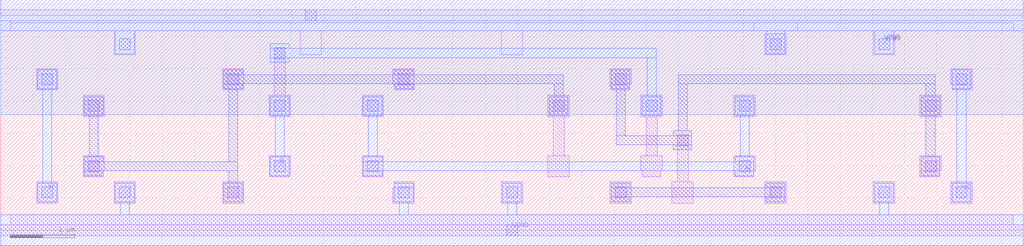
<source format=lef>
VERSION 5.7 ;
  NOWIREEXTENSIONATPIN ON ;
  DIVIDERCHAR "/" ;
  BUSBITCHARS "[]" ;
MACRO HAX1
  CLASS CORE ;
  FOREIGN HAX1 ;
  ORIGIN 0.000 0.000 ;
  SIZE 15.840 BY 3.330 ;
  SYMMETRY X Y ;
  SITE unit ;
  PIN A
    ANTENNAGATEAREA 0.378000 ;
    PORT
      LAYER met1 ;
        RECT 5.615 1.780 5.905 2.070 ;
        RECT 11.375 1.780 11.665 2.070 ;
        RECT 5.690 1.135 5.830 1.780 ;
        RECT 11.450 1.135 11.590 1.780 ;
        RECT 5.615 1.060 5.905 1.135 ;
        RECT 11.375 1.060 11.665 1.135 ;
        RECT 5.615 0.920 11.665 1.060 ;
        RECT 5.615 0.845 5.905 0.920 ;
        RECT 11.375 0.845 11.665 0.920 ;
    END
  END A
  PIN B
    ANTENNAGATEAREA 0.378000 ;
    PORT
      LAYER met1 ;
        RECT 4.175 2.815 4.465 2.890 ;
        RECT 4.175 2.675 10.150 2.815 ;
        RECT 4.175 2.600 4.465 2.675 ;
        RECT 10.010 2.070 10.150 2.675 ;
        RECT 4.175 1.780 4.465 2.070 ;
        RECT 9.935 1.780 10.225 2.070 ;
        RECT 4.250 1.135 4.390 1.780 ;
        RECT 4.175 0.845 4.465 1.135 ;
    END
  END B
  PIN VGND
    ANTENNADIFFAREA 1.408400 ;
    PORT
      LAYER met1 ;
        RECT 1.775 0.440 2.065 0.730 ;
        RECT 6.095 0.440 6.385 0.730 ;
        RECT 7.775 0.440 8.065 0.730 ;
        RECT 13.535 0.440 13.825 0.730 ;
        RECT 1.850 0.240 1.990 0.440 ;
        RECT 6.170 0.240 6.310 0.440 ;
        RECT 7.850 0.240 7.990 0.440 ;
        RECT 13.610 0.240 13.750 0.440 ;
        RECT 0.000 -0.240 15.840 0.240 ;
    END
    PORT
      LAYER met1 ;
        RECT 0.000 3.090 15.840 3.570 ;
        RECT 1.775 2.735 2.065 3.090 ;
        RECT 11.855 2.735 12.145 3.090 ;
        RECT 13.535 2.735 13.825 3.090 ;
    END
  END VGND
  PIN VPWR
    ANTENNADIFFAREA 3.074400 ;
    PORT
      LAYER li1 ;
        RECT 0.000 3.245 15.840 3.415 ;
        RECT 0.155 3.215 15.685 3.245 ;
        RECT 0.155 3.090 11.665 3.215 ;
        RECT 12.335 3.090 15.685 3.215 ;
        RECT 1.755 2.715 2.085 3.090 ;
        RECT 4.635 2.715 4.965 3.090 ;
        RECT 7.755 2.715 8.085 3.090 ;
        RECT 13.515 2.715 13.845 3.090 ;
      LAYER mcon ;
        RECT 4.715 3.245 4.885 3.415 ;
        RECT 1.835 2.795 2.005 2.965 ;
        RECT 13.595 2.795 13.765 2.965 ;
    END
  END VPWR
  PIN YC
    ANTENNADIFFAREA 1.031650 ;
    PORT
      LAYER met1 ;
        RECT 0.575 2.195 0.865 2.485 ;
        RECT 0.650 0.730 0.790 2.195 ;
        RECT 0.575 0.440 0.865 0.730 ;
    END
  END YC
  PIN YS
    ANTENNADIFFAREA 1.031650 ;
    PORT
      LAYER met1 ;
        RECT 14.735 2.195 15.025 2.485 ;
        RECT 14.810 0.730 14.950 2.195 ;
        RECT 14.735 0.440 15.025 0.730 ;
    END
  END YS
  OBS
      LAYER nwell ;
        RECT 0.000 1.790 15.840 3.330 ;
      LAYER li1 ;
        RECT 0.555 2.175 0.885 2.505 ;
        RECT 3.435 2.175 3.765 2.505 ;
        RECT 4.235 2.090 4.405 2.830 ;
        RECT 11.835 2.715 12.165 3.045 ;
        RECT 6.075 2.260 6.405 2.505 ;
        RECT 6.095 2.175 6.405 2.260 ;
        RECT 9.435 2.260 9.765 2.505 ;
        RECT 14.715 2.260 15.045 2.505 ;
        RECT 9.435 2.175 9.745 2.260 ;
        RECT 14.735 2.175 15.045 2.260 ;
        RECT 1.275 1.760 1.605 2.090 ;
        RECT 4.155 1.760 4.485 2.090 ;
        RECT 5.595 1.760 5.925 2.090 ;
        RECT 8.475 1.760 8.805 2.090 ;
        RECT 9.915 1.760 10.245 2.090 ;
        RECT 11.355 1.760 11.685 2.090 ;
        RECT 14.235 1.760 14.565 2.090 ;
        RECT 8.555 1.155 8.725 1.760 ;
        RECT 9.995 1.155 10.165 1.760 ;
        RECT 1.275 0.920 1.605 1.155 ;
        RECT 1.275 0.825 1.585 0.920 ;
        RECT 4.155 0.825 4.485 1.155 ;
        RECT 5.595 0.825 5.925 1.155 ;
        RECT 8.475 0.825 8.805 1.155 ;
        RECT 9.915 0.920 10.245 1.155 ;
        RECT 9.935 0.825 10.225 0.920 ;
        RECT 10.475 0.750 10.645 1.480 ;
        RECT 11.355 0.920 11.685 1.155 ;
        RECT 14.235 0.920 14.565 1.155 ;
        RECT 11.355 0.825 11.665 0.920 ;
        RECT 14.235 0.825 14.545 0.920 ;
        RECT 0.555 0.420 0.885 0.750 ;
        RECT 1.755 0.420 2.085 0.750 ;
        RECT 3.435 0.420 3.765 0.750 ;
        RECT 6.095 0.655 6.405 0.750 ;
        RECT 6.075 0.420 6.405 0.655 ;
        RECT 7.755 0.420 8.085 0.750 ;
        RECT 9.435 0.420 9.765 0.750 ;
        RECT 10.395 0.420 10.725 0.750 ;
        RECT 11.835 0.420 12.165 0.750 ;
        RECT 13.515 0.420 13.845 0.750 ;
        RECT 14.715 0.420 15.045 0.750 ;
        RECT 0.155 0.085 15.685 0.240 ;
        RECT 0.000 -0.085 15.840 0.085 ;
      LAYER mcon ;
        RECT 4.235 2.660 4.405 2.830 ;
        RECT 11.915 2.795 12.085 2.965 ;
        RECT 0.635 2.255 0.805 2.425 ;
        RECT 3.515 2.255 3.685 2.425 ;
        RECT 6.155 2.255 6.325 2.425 ;
        RECT 9.515 2.255 9.685 2.425 ;
        RECT 14.795 2.255 14.965 2.425 ;
        RECT 1.355 1.840 1.525 2.010 ;
        RECT 4.235 1.840 4.405 2.010 ;
        RECT 5.675 1.840 5.845 2.010 ;
        RECT 8.555 1.840 8.725 2.010 ;
        RECT 9.995 1.840 10.165 2.010 ;
        RECT 11.435 1.840 11.605 2.010 ;
        RECT 14.315 1.840 14.485 2.010 ;
        RECT 10.475 1.310 10.645 1.480 ;
        RECT 1.355 0.905 1.525 1.075 ;
        RECT 4.235 0.905 4.405 1.075 ;
        RECT 5.675 0.905 5.845 1.075 ;
        RECT 11.435 0.905 11.605 1.075 ;
        RECT 14.315 0.905 14.485 1.075 ;
        RECT 0.635 0.500 0.805 0.670 ;
        RECT 1.835 0.500 2.005 0.670 ;
        RECT 3.515 0.500 3.685 0.670 ;
        RECT 6.155 0.500 6.325 0.670 ;
        RECT 7.835 0.500 8.005 0.670 ;
        RECT 9.515 0.500 9.685 0.670 ;
        RECT 11.915 0.500 12.085 0.670 ;
        RECT 13.595 0.500 13.765 0.670 ;
        RECT 14.795 0.500 14.965 0.670 ;
        RECT 7.835 -0.085 8.005 0.085 ;
      LAYER met1 ;
        RECT 3.455 2.410 3.745 2.485 ;
        RECT 6.095 2.410 6.385 2.485 ;
        RECT 3.455 2.270 8.710 2.410 ;
        RECT 3.455 2.195 3.745 2.270 ;
        RECT 6.095 2.195 6.385 2.270 ;
        RECT 1.295 1.780 1.585 2.070 ;
        RECT 1.370 1.135 1.510 1.780 ;
        RECT 1.295 1.060 1.585 1.135 ;
        RECT 3.530 1.060 3.670 2.195 ;
        RECT 8.570 2.070 8.710 2.270 ;
        RECT 9.455 2.195 9.745 2.485 ;
        RECT 10.490 2.270 14.470 2.410 ;
        RECT 8.495 1.780 8.785 2.070 ;
        RECT 9.530 1.465 9.670 2.195 ;
        RECT 10.490 1.540 10.630 2.270 ;
        RECT 14.330 2.070 14.470 2.270 ;
        RECT 14.255 1.780 14.545 2.070 ;
        RECT 10.415 1.465 10.705 1.540 ;
        RECT 9.530 1.325 10.705 1.465 ;
        RECT 10.415 1.250 10.705 1.325 ;
        RECT 14.330 1.135 14.470 1.780 ;
        RECT 1.295 0.920 3.670 1.060 ;
        RECT 1.295 0.845 1.585 0.920 ;
        RECT 3.530 0.730 3.670 0.920 ;
        RECT 14.255 0.845 14.545 1.135 ;
        RECT 3.455 0.440 3.745 0.730 ;
        RECT 9.455 0.655 9.745 0.730 ;
        RECT 11.855 0.655 12.145 0.730 ;
        RECT 9.455 0.515 12.145 0.655 ;
        RECT 9.455 0.440 9.745 0.515 ;
        RECT 11.855 0.440 12.145 0.515 ;
  END
END HAX1
END LIBRARY


</source>
